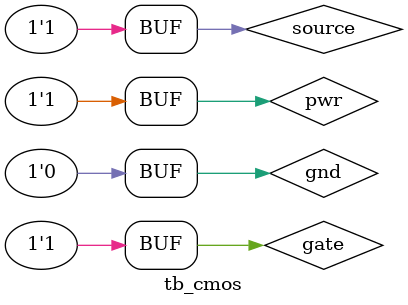
<source format=v>


// Time Unit = 1 ns (#1 = 1 ns)
// Simulation Precision = 1 ns
`timescale 1ns/1ns 

module tb_cmos();
   supply1 pwr;
   supply0 gnd;

   reg gate;
   reg source;
   wire nmos_drain;
   wire pmos_drain;

   nmos u2(nmos_drain, source, gate);
   pmos u1(pmos_drain, source, gate);

   initial begin	
      #1;
      {gate, source} = {gnd, gnd};
      #99;
      {gate, source}  = {gnd, pwr};
      #100;
      {gate, source}  = {pwr, gnd};
      #100;
      {gate, source}  = {pwr, pwr};
      #100;
   end
endmodule
</source>
